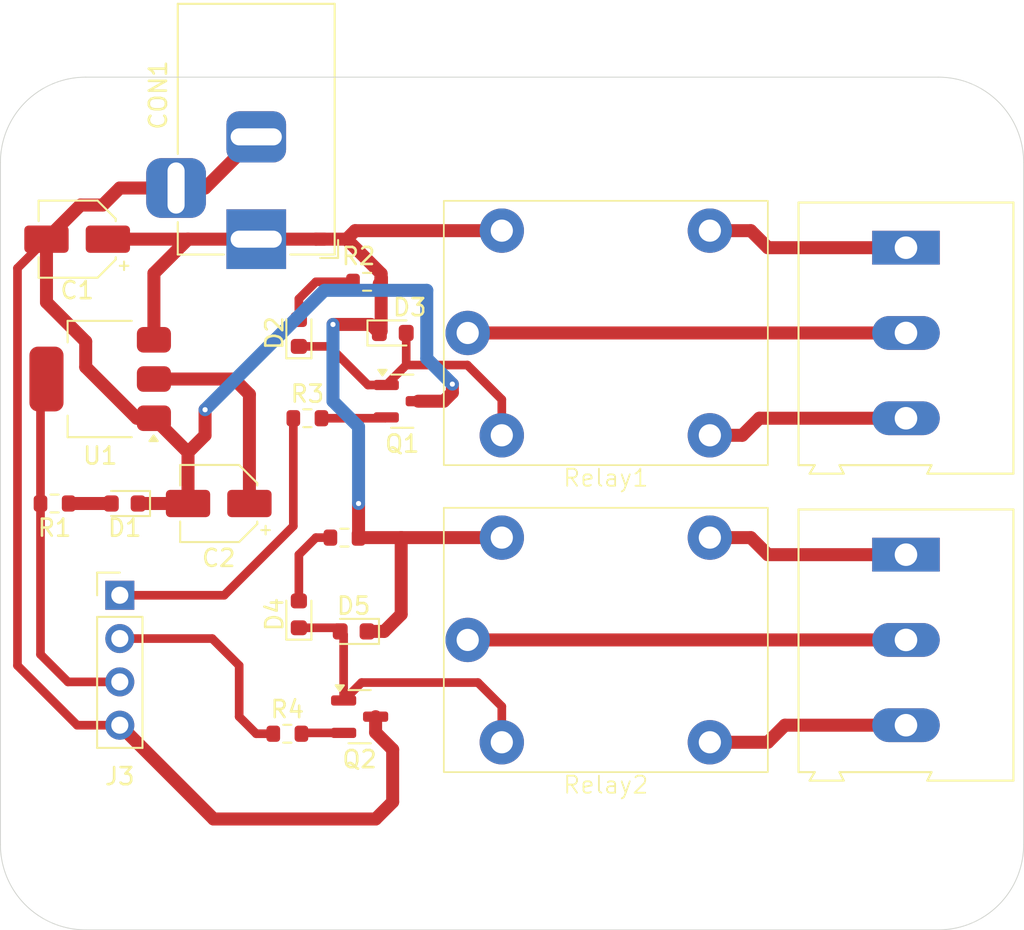
<source format=kicad_pcb>
(kicad_pcb (version 20240108) (generator "pcbnew") (generator_version "8.0")
  (layers (0 "F.Cu" signal) (31 "B.Cu" signal) (34 "B.Paste" user) (35 "F.Paste" user) (36 "B.SilkS" user "B.Silkscreen") (37 "F.SilkS" user "F.Silkscreen") (38 "B.Mask" user) (39 "F.Mask" user) (44 "Edge.Cuts" user))
  (net 0 "")
  (net 1 "+12V")
  (net 2 "GND")
  (net 3 "+5V")
  (net 4 "Net-(D1-A)")
  (net 5 "Net-(D2-A)")
  (net 6 "Net-(D2-K)")
  (net 7 "Net-(D4-K)")
  (net 8 "Net-(D4-A)")
  (net 9 "COM1")
  (net 10 "NO1")
  (net 11 "NC1")
  (net 12 "COM2")
  (net 13 "NC2")
  (net 14 "NO2")
  (net 15 "IN2")
  (net 16 "IN1")
  (net 17 "Net-(Q1-B)")
  (net 18 "Net-(Q2-B)")
  (footprint "LED_SMD:LED_0603_1608Metric" (layer "F.Cu") (at 126.7875 100 180)
    (property "Reference" "D1" (at 0 -1.43 360) (layer "F.SilkS"))
    (property "Value" "LED" (hide yes))
    (fp_line (start 0.8 -0.735) (end -1.485 -0.735) (stroke (width 0.12)) (layer "F.SilkS"))
    (fp_line (start -1.485 0.735) (end 0.8 0.735) (stroke (width 0.12)) (layer "F.SilkS"))
    (fp_line (start -1.485 -0.735) (end -1.485 0.735) (stroke (width 0.12)) (layer "F.SilkS"))
    (pad "1" smd roundrect (at -0.7875 0 180) (size 0.875 0.95) (layers "F.Cu" "F.Paste" "F.Mask") (net 2 "GND"))
    (pad "2" smd roundrect (at 0.7875 0 180) (size 0.875 0.95) (layers "F.Cu" "F.Paste" "F.Mask") (net 4 "Net-(D1-A)"))
  )
  (footprint "Resistor_SMD:R_0603_1608Metric" (layer "F.Cu") (at 139.675 102 180)
    (property "Reference" "R5" (hide yes))
    (property "Value" "220Ω" (hide yes))
    (fp_line (start -0.237258 0.5225) (end 0.237258 0.5225) (stroke (width 0.12)) (layer "F.SilkS"))
    (fp_line (start -0.237258 -0.5225) (end 0.237258 -0.5225) (stroke (width 0.12)) (layer "F.SilkS"))
    (pad "1" smd roundrect (at -0.825 0 180) (size 0.8 0.95) (layers "F.Cu" "F.Paste" "F.Mask") (net 1 "+12V"))
    (pad "2" smd roundrect (at 0.825 0 180) (size 0.8 0.95) (layers "F.Cu" "F.Paste" "F.Mask") (net 8 "Net-(D4-A)"))
  )
  (footprint "Resistor_SMD:R_0603_1608Metric" (layer "F.Cu") (at 141 87 180)
    (property "Reference" "R2" (at 0.5 1.5 360) (layer "F.SilkS"))
    (property "Value" "220Ω" (hide yes))
    (fp_line (start -0.237258 0.5225) (end 0.237258 0.5225) (stroke (width 0.12)) (layer "F.SilkS"))
    (fp_line (start -0.237258 -0.5225) (end 0.237258 -0.5225) (stroke (width 0.12)) (layer "F.SilkS"))
    (pad "1" smd roundrect (at -0.825 0 180) (size 0.8 0.95) (layers "F.Cu" "F.Paste" "F.Mask") (net 1 "+12V"))
    (pad "2" smd roundrect (at 0.825 0 180) (size 0.8 0.95) (layers "F.Cu" "F.Paste" "F.Mask") (net 5 "Net-(D2-A)"))
  )
  (footprint "MountingHole:MountingHole_2.1mm" (layer "F.Cu") (at 176.5 79)
    (property "Reference" "REF**" (hide yes))
    (property "Value" "MountingHole_2.1mm" (hide yes))
    (pad "" np_thru_hole circle (at 0 0) (size 2.1 2.1) (drill 2.1) (layers "*.Cu" "*.Mask"))
  )
  (footprint "LED_SMD:LED_0603_1608Metric" (layer "F.Cu") (at 137 90 90)
    (property "Reference" "D2" (at 0 -1.43 90) (layer "F.SilkS"))
    (property "Value" "LED2" (hide yes))
    (fp_line (start 0.8 -0.735) (end -1.485 -0.735) (stroke (width 0.12)) (layer "F.SilkS"))
    (fp_line (start -1.485 -0.735) (end -1.485 0.735) (stroke (width 0.12)) (layer "F.SilkS"))
    (fp_line (start -1.485 0.735) (end 0.8 0.735) (stroke (width 0.12)) (layer "F.SilkS"))
    (pad "1" smd roundrect (at -0.7875 0 90) (size 0.875 0.95) (layers "F.Cu" "F.Paste" "F.Mask") (net 6 "Net-(D2-K)"))
    (pad "2" smd roundrect (at 0.7875 0 90) (size 0.875 0.95) (layers "F.Cu" "F.Paste" "F.Mask") (net 5 "Net-(D2-A)"))
  )
  (footprint "TerminalBlock:TerminalBlock_Altech_AK300-3_P5.00mm" (layer "F.Cu") (at 172.6 85 -90)
    (property "Reference" "J1" (hide yes))
    (property "Value" "Screw_Terminal_01x03" (hide yes))
    (fp_line (start -2.65 6.3) (end 12.75 6.3) (stroke (width 0.12)) (layer "F.SilkS"))
    (fp_line (start 12.75 6.3) (end 12.75 5.35) (stroke (width 0.12)) (layer "F.SilkS"))
    (fp_line (start 13.25 5.65) (end 13.25 3.65) (stroke (width 0.12)) (layer "F.SilkS"))
    (fp_line (start 12.75 5.35) (end 13.25 5.65) (stroke (width 0.12)) (layer "F.SilkS"))
    (fp_line (start 12.75 3.9) (end 12.75 -1.5) (stroke (width 0.12)) (layer "F.SilkS"))
    (fp_line (start 13.25 3.65) (end 12.75 3.9) (stroke (width 0.12)) (layer "F.SilkS"))
    (fp_line (start 13.25 -1.25) (end 13.25 -6.3) (stroke (width 0.12)) (layer "F.SilkS"))
    (fp_line (start 12.75 -1.5) (end 13.25 -1.25) (stroke (width 0.12)) (layer "F.SilkS"))
    (fp_line (start -2.65 -6.3) (end -2.65 6.3) (stroke (width 0.12)) (layer "F.SilkS"))
    (fp_line (start 13.25 -6.3) (end -2.65 -6.3) (stroke (width 0.12)) (layer "F.SilkS"))
    (pad "1" thru_hole rect (at 0 0 270) (size 1.98 3.96) (drill 1.32) (layers "*.Cu" "*.Mask") (net 10 "NO1"))
    (pad "2" thru_hole oval (at 5 0 270) (size 1.98 3.96) (drill 1.32) (layers "*.Cu" "*.Mask") (net 9 "COM1"))
    (pad "3" thru_hole oval (at 10 0 270) (size 1.98 3.96) (drill 1.32) (layers "*.Cu" "*.Mask") (net 11 "NC1"))
  )
  (footprint "Resistor_SMD:R_0603_1608Metric" (layer "F.Cu") (at 122.675 100 180)
    (property "Reference" "R1" (at 0 -1.43 360) (layer "F.SilkS"))
    (property "Value" "220Ω" (hide yes))
    (fp_line (start -0.237258 0.5225) (end 0.237258 0.5225) (stroke (width 0.12)) (layer "F.SilkS"))
    (fp_line (start -0.237258 -0.5225) (end 0.237258 -0.5225) (stroke (width 0.12)) (layer "F.SilkS"))
    (pad "1" smd roundrect (at -0.825 0 180) (size 0.8 0.95) (layers "F.Cu" "F.Paste" "F.Mask") (net 4 "Net-(D1-A)"))
    (pad "2" smd roundrect (at 0.825 0 180) (size 0.8 0.95) (layers "F.Cu" "F.Paste" "F.Mask") (net 3 "+5V"))
  )
  (footprint "TerminalBlock:TerminalBlock_Altech_AK300-3_P5.00mm" (layer "F.Cu") (at 172.6 103 -90)
    (property "Reference" "J2" (hide yes))
    (property "Value" "Screw_Terminal_01x03" (hide yes))
    (fp_line (start -2.65 6.3) (end 12.75 6.3) (stroke (width 0.12)) (layer "F.SilkS"))
    (fp_line (start 12.75 6.3) (end 12.75 5.35) (stroke (width 0.12)) (layer "F.SilkS"))
    (fp_line (start 13.25 5.65) (end 13.25 3.65) (stroke (width 0.12)) (layer "F.SilkS"))
    (fp_line (start 12.75 5.35) (end 13.25 5.65) (stroke (width 0.12)) (layer "F.SilkS"))
    (fp_line (start 12.75 3.9) (end 12.75 -1.5) (stroke (width 0.12)) (layer "F.SilkS"))
    (fp_line (start 13.25 3.65) (end 12.75 3.9) (stroke (width 0.12)) (layer "F.SilkS"))
    (fp_line (start 13.25 -1.25) (end 13.25 -6.3) (stroke (width 0.12)) (layer "F.SilkS"))
    (fp_line (start 12.75 -1.5) (end 13.25 -1.25) (stroke (width 0.12)) (layer "F.SilkS"))
    (fp_line (start -2.65 -6.3) (end -2.65 6.3) (stroke (width 0.12)) (layer "F.SilkS"))
    (fp_line (start 13.25 -6.3) (end -2.65 -6.3) (stroke (width 0.12)) (layer "F.SilkS"))
    (pad "1" thru_hole rect (at 0 0 270) (size 1.98 3.96) (drill 1.32) (layers "*.Cu" "*.Mask") (net 14 "NO2"))
    (pad "2" thru_hole oval (at 5 0 270) (size 1.98 3.96) (drill 1.32) (layers "*.Cu" "*.Mask") (net 12 "COM2"))
    (pad "3" thru_hole oval (at 10 0 270) (size 1.98 3.96) (drill 1.32) (layers "*.Cu" "*.Mask") (net 13 "NC2"))
  )
  (footprint "Package_TO_SOT_SMD:SOT-23" (layer "F.Cu") (at 143.0625 94)
    (property "Reference" "Q1" (at 0 2.5 0) (layer "F.SilkS"))
    (property "Value" "BC547" (hide yes))
    (fp_line (start 0 -1.56) (end -0.65 -1.56) (stroke (width 0.12)) (layer "F.SilkS"))
    (fp_line (start 0 -1.56) (end 0.65 -1.56) (stroke (width 0.12)) (layer "F.SilkS"))
    (fp_line (start 0 1.56) (end -0.65 1.56) (stroke (width 0.12)) (layer "F.SilkS"))
    (fp_line (start 0 1.56) (end 0.65 1.56) (stroke (width 0.12)) (layer "F.SilkS"))
    (fp_poly (pts (xy -1.1625 -1.51) (xy -1.4025 -1.84) (xy -0.9225 -1.84) (xy -1.1625 -1.51)) (stroke (width 0.12)) (fill solid) (layer "F.SilkS"))
    (pad "1" smd roundrect (at -0.9375 -0.95) (size 1.475 0.6) (layers "F.Cu" "F.Paste" "F.Mask") (net 6 "Net-(D2-K)"))
    (pad "2" smd roundrect (at -0.9375 0.95) (size 1.475 0.6) (layers "F.Cu" "F.Paste" "F.Mask") (net 17 "Net-(Q1-B)"))
    (pad "3" smd roundrect (at 0.9375 0) (size 1.475 0.6) (layers "F.Cu" "F.Paste" "F.Mask") (net 2 "GND"))
  )
  (footprint "Package_TO_SOT_SMD:SOT-23" (layer "F.Cu") (at 140.5625 112.5)
    (property "Reference" "Q2" (at 0 2.5 0) (layer "F.SilkS"))
    (property "Value" "BC547" (hide yes))
    (fp_line (start 0 -1.56) (end -0.65 -1.56) (stroke (width 0.12)) (layer "F.SilkS"))
    (fp_line (start 0 -1.56) (end 0.65 -1.56) (stroke (width 0.12)) (layer "F.SilkS"))
    (fp_line (start 0 1.56) (end -0.65 1.56) (stroke (width 0.12)) (layer "F.SilkS"))
    (fp_line (start 0 1.56) (end 0.65 1.56) (stroke (width 0.12)) (layer "F.SilkS"))
    (fp_poly (pts (xy -1.1625 -1.51) (xy -1.4025 -1.84) (xy -0.9225 -1.84) (xy -1.1625 -1.51)) (stroke (width 0.12)) (fill solid) (layer "F.SilkS"))
    (pad "1" smd roundrect (at -0.9375 -0.95) (size 1.475 0.6) (layers "F.Cu" "F.Paste" "F.Mask") (net 7 "Net-(D4-K)"))
    (pad "2" smd roundrect (at -0.9375 0.95) (size 1.475 0.6) (layers "F.Cu" "F.Paste" "F.Mask") (net 18 "Net-(Q2-B)"))
    (pad "3" smd roundrect (at 0.9375 0) (size 1.475 0.6) (layers "F.Cu" "F.Paste" "F.Mask") (net 2 "GND"))
  )
  (footprint "Capacitor_SMD:CP_Elec_4x5.8" (layer "F.Cu") (at 132.3 100 180)
    (property "Reference" "C2" (at 0 -3.2 360) (layer "F.SilkS"))
    (property "Value" "10µF" (hide yes))
    (fp_line (start 2.26 2.26) (end 2.26 1.06) (stroke (width 0.12)) (layer "F.SilkS"))
    (fp_line (start 2.26 -2.26) (end 2.26 -1.06) (stroke (width 0.12)) (layer "F.SilkS"))
    (fp_line (start -1.195563 2.26) (end 2.26 2.26) (stroke (width 0.12)) (layer "F.SilkS"))
    (fp_line (start -1.195563 -2.26) (end 2.26 -2.26) (stroke (width 0.12)) (layer "F.SilkS"))
    (fp_line (start -2.26 1.195563) (end -1.195563 2.26) (stroke (width 0.12)) (layer "F.SilkS"))
    (fp_line (start -2.26 1.195563) (end -2.26 1.06) (stroke (width 0.12)) (layer "F.SilkS"))
    (fp_line (start -2.26 -1.195563) (end -1.195563 -2.26) (stroke (width 0.12)) (layer "F.SilkS"))
    (fp_line (start -2.26 -1.195563) (end -2.26 -1.06) (stroke (width 0.12)) (layer "F.SilkS"))
    (fp_line (start -2.75 -1.81) (end -2.75 -1.31) (stroke (width 0.12)) (layer "F.SilkS"))
    (fp_line (start -3 -1.56) (end -2.5 -1.56) (stroke (width 0.12)) (layer "F.SilkS"))
    (pad "1" smd roundrect (at -1.8 0 180) (size 2.6 1.6) (layers "F.Cu" "F.Paste" "F.Mask") (roundrect_rratio 0.15625) (net 3 "+5V"))
    (pad "2" smd roundrect (at 1.8 0 180) (size 2.6 1.6) (layers "F.Cu" "F.Paste" "F.Mask") (roundrect_rratio 0.15625) (net 2 "GND"))
  )
  (footprint "Connector_BarrelJack:BarrelJack_Horizontal" (layer "F.Cu") (at 134.5 84.5 -90)
    (property "Reference" "CON1" (at -8.45 5.75 90) (layer "F.SilkS"))
    (property "Value" "~")
    (fp_line (start -13.8 4.6) (end -13.8 -4.6) (stroke (width 0.12)) (layer "F.SilkS"))
    (fp_line (start -5 4.6) (end -13.8 4.6) (stroke (width 0.12)) (layer "F.SilkS"))
    (fp_line (start 0.9 4.6) (end -1 4.6) (stroke (width 0.12)) (layer "F.SilkS"))
    (fp_line (start 0.9 1.9) (end 0.9 4.6) (stroke (width 0.12)) (layer "F.SilkS"))
    (fp_line (start 1.1 -3.75) (end 1.1 -4.8) (stroke (width 0.12)) (layer "F.SilkS"))
    (fp_line (start -13.8 -4.6) (end 0.9 -4.6) (stroke (width 0.12)) (layer "F.SilkS"))
    (fp_line (start 0.9 -4.6) (end 0.9 -2) (stroke (width 0.12)) (layer "F.SilkS"))
    (fp_line (start 0.05 -4.8) (end 1.1 -4.8) (stroke (width 0.12)) (layer "F.SilkS"))
    (pad "1" thru_hole rect (at 0 0 270) (size 3.5 3.5) (drill oval 1 3) (layers "*.Cu" "*.Mask") (net 1 "+12V"))
    (pad "2" thru_hole roundrect (at -6 0 270) (size 3 3.5) (drill oval 1 3) (layers "*.Cu" "*.Mask") (net 2 "GND"))
    (pad "3" thru_hole roundrect (at -3 4.7 270) (size 3.5 3.5) (drill oval 3 1) (layers "*.Cu" "*.Mask") (net 2 "GND"))
  )
  (footprint "MountingHole:MountingHole_2.1mm" (layer "F.Cu") (at 124.5 121)
    (property "Reference" "REF**" (hide yes))
    (property "Value" "MountingHole_2.1mm" (hide yes))
    (pad "" np_thru_hole circle (at 0 0) (size 2.1 2.1) (drill 2.1) (layers "*.Cu" "*.Mask"))
  )
  (footprint "MountingHole:MountingHole_2.1mm" (layer "F.Cu") (at 176.5 121)
    (property "Reference" "REF**" (hide yes))
    (property "Value" "MountingHole_2.1mm" (hide yes))
    (pad "" np_thru_hole circle (at 0 0) (size 2.1 2.1) (drill 2.1) (layers "*.Cu" "*.Mask"))
  )
  (footprint "MountingHole:MountingHole_2.1mm" (layer "F.Cu") (at 124.5 79)
    (property "Reference" "REF**" (hide yes))
    (property "Value" "MountingHole_2.1mm" (hide yes))
    (pad "" np_thru_hole circle (at 0 0) (size 2.1 2.1) (drill 2.1) (layers "*.Cu" "*.Mask"))
  )
  (footprint "LED_SMD:LED_0603_1608Metric" (layer "F.Cu") (at 137 106.5 90)
    (property "Reference" "D4" (at 0 -1.43 90) (layer "F.SilkS"))
    (property "Value" "LED2" (hide yes))
    (fp_line (start 0.8 -0.735) (end -1.485 -0.735) (stroke (width 0.12)) (layer "F.SilkS"))
    (fp_line (start -1.485 -0.735) (end -1.485 0.735) (stroke (width 0.12)) (layer "F.SilkS"))
    (fp_line (start -1.485 0.735) (end 0.8 0.735) (stroke (width 0.12)) (layer "F.SilkS"))
    (pad "1" smd roundrect (at -0.7875 0 90) (size 0.875 0.95) (layers "F.Cu" "F.Paste" "F.Mask") (net 7 "Net-(D4-K)"))
    (pad "2" smd roundrect (at 0.7875 0 90) (size 0.875 0.95) (layers "F.Cu" "F.Paste" "F.Mask") (net 8 "Net-(D4-A)"))
  )
  (footprint "Resistor_SMD:R_0603_1608Metric" (layer "F.Cu") (at 136.325 113.5)
    (property "Reference" "R4" (at 0 -1.43 0) (layer "F.SilkS"))
    (property "Value" "2.2kΩ" (hide yes))
    (fp_line (start -0.237258 -0.5225) (end 0.237258 -0.5225) (stroke (width 0.12)) (layer "F.SilkS"))
    (fp_line (start -0.237258 0.5225) (end 0.237258 0.5225) (stroke (width 0.12)) (layer "F.SilkS"))
    (pad "1" smd roundrect (at -0.825 0) (size 0.8 0.95) (layers "F.Cu" "F.Paste" "F.Mask") (net 15 "IN2"))
    (pad "2" smd roundrect (at 0.825 0) (size 0.8 0.95) (layers "F.Cu" "F.Paste" "F.Mask") (net 18 "Net-(Q2-B)"))
  )
  (footprint "Resistor_SMD:R_0603_1608Metric" (layer "F.Cu") (at 137.5 95)
    (property "Reference" "R3" (at 0 -1.43 0) (layer "F.SilkS"))
    (property "Value" "2.2kΩ" (hide yes))
    (fp_line (start -0.237258 -0.5225) (end 0.237258 -0.5225) (stroke (width 0.12)) (layer "F.SilkS"))
    (fp_line (start -0.237258 0.5225) (end 0.237258 0.5225) (stroke (width 0.12)) (layer "F.SilkS"))
    (pad "1" smd roundrect (at -0.825 0) (size 0.8 0.95) (layers "F.Cu" "F.Paste" "F.Mask") (net 16 "IN1"))
    (pad "2" smd roundrect (at 0.825 0) (size 0.8 0.95) (layers "F.Cu" "F.Paste" "F.Mask") (net 17 "Net-(Q1-B)"))
  )
  (footprint "Capacitor_SMD:CP_Elec_4x5.8" (layer "F.Cu") (at 124 84.5 180)
    (property "Reference" "C1" (at 0 -3 360) (layer "F.SilkS"))
    (property "Value" "10µF" (hide yes))
    (fp_line (start 2.26 2.26) (end 2.26 1.06) (stroke (width 0.12)) (layer "F.SilkS"))
    (fp_line (start 2.26 -2.26) (end 2.26 -1.06) (stroke (width 0.12)) (layer "F.SilkS"))
    (fp_line (start -1.195563 2.26) (end 2.26 2.26) (stroke (width 0.12)) (layer "F.SilkS"))
    (fp_line (start -1.195563 -2.26) (end 2.26 -2.26) (stroke (width 0.12)) (layer "F.SilkS"))
    (fp_line (start -2.26 1.195563) (end -1.195563 2.26) (stroke (width 0.12)) (layer "F.SilkS"))
    (fp_line (start -2.26 1.195563) (end -2.26 1.06) (stroke (width 0.12)) (layer "F.SilkS"))
    (fp_line (start -2.26 -1.195563) (end -1.195563 -2.26) (stroke (width 0.12)) (layer "F.SilkS"))
    (fp_line (start -2.26 -1.195563) (end -2.26 -1.06) (stroke (width 0.12)) (layer "F.SilkS"))
    (fp_line (start -2.75 -1.81) (end -2.75 -1.31) (stroke (width 0.12)) (layer "F.SilkS"))
    (fp_line (start -3 -1.56) (end -2.5 -1.56) (stroke (width 0.12)) (layer "F.SilkS"))
    (pad "1" smd roundrect (at -1.8 0 180) (size 2.6 1.6) (layers "F.Cu" "F.Paste" "F.Mask") (roundrect_rratio 0.15625) (net 1 "+12V"))
    (pad "2" smd roundrect (at 1.8 0 180) (size 2.6 1.6) (layers "F.Cu" "F.Paste" "F.Mask") (roundrect_rratio 0.15625) (net 2 "GND"))
  )
  (footprint "Diode_SMD:D_0603_1608Metric" (layer "F.Cu") (at 140.2125 107.5 180)
    (property "Reference" "D5" (at 0 1.5 360) (layer "F.SilkS"))
    (property "Value" "D" (hide yes))
    (fp_line (start 0.8 -0.735) (end -1.485 -0.735) (stroke (width 0.12)) (layer "F.SilkS"))
    (fp_line (start -1.485 0.735) (end 0.8 0.735) (stroke (width 0.12)) (layer "F.SilkS"))
    (fp_line (start -1.485 -0.735) (end -1.485 0.735) (stroke (width 0.12)) (layer "F.SilkS"))
    (pad "1" smd roundrect (at -0.7875 0 180) (size 0.875 0.95) (layers "F.Cu" "F.Paste" "F.Mask") (net 1 "+12V"))
    (pad "2" smd roundrect (at 0.7875 0 180) (size 0.875 0.95) (layers "F.Cu" "F.Paste" "F.Mask") (net 7 "Net-(D4-K)"))
  )
  (footprint "Custom Relay:Relay" (layer "F.Cu") (at 155 108)
    (property "Reference" "Relay2" (at 0 8.5 0) (layer "F.SilkS") (effects (font (thickness 0.1))))
    (property "Value" "~" (hide yes))
    (fp_rect (start -9.5 -7.75) (end 9.5 7.75) (stroke (width 0.1)) (fill none) (layer "F.SilkS"))
    (pad "1" thru_hole circle (at -6.1 -6) (size 2.6 2.6) (drill 1.3) (layers "*.Cu" "*.Mask") (net 1 "+12V"))
    (pad "2" thru_hole circle (at -6.1 6) (size 2.6 2.6) (drill 1.3) (layers "*.Cu" "*.Mask") (net 7 "Net-(D4-K)"))
    (pad "3" thru_hole circle (at -8.1 0) (size 2.6 2.6) (drill 1.3) (layers "*.Cu" "*.Mask") (net 12 "COM2"))
    (pad "4" thru_hole circle (at 6.1 -6) (size 2.6 2.6) (drill 1.3) (layers "*.Cu" "*.Mask") (net 14 "NO2"))
    (pad "5" thru_hole circle (at 6.1 6) (size 2.6 2.6) (drill 1.3) (layers "*.Cu" "*.Mask") (net 13 "NC2"))
  )
  (footprint "Diode_SMD:D_0603_1608Metric" (layer "F.Cu") (at 142.5067 90)
    (property "Reference" "D3" (at 0.9933 -1.5 360) (layer "F.SilkS"))
    (property "Value" "D" (hide yes))
    (fp_line (start -1.485 -0.735) (end -1.485 0.735) (stroke (width 0.12)) (layer "F.SilkS"))
    (fp_line (start -1.485 0.735) (end 0.8 0.735) (stroke (width 0.12)) (layer "F.SilkS"))
    (fp_line (start 0.8 -0.735) (end -1.485 -0.735) (stroke (width 0.12)) (layer "F.SilkS"))
    (pad "1" smd roundrect (at -0.7875 0) (size 0.875 0.95) (layers "F.Cu" "F.Paste" "F.Mask") (net 1 "+12V"))
    (pad "2" smd roundrect (at 0.7875 0) (size 0.875 0.95) (layers "F.Cu" "F.Paste" "F.Mask") (net 6 "Net-(D2-K)"))
  )
  (footprint "Custom Relay:Relay" (layer "F.Cu") (at 155 90)
    (property "Reference" "Relay1" (at 0 8.5 0) (layer "F.SilkS") (effects (font (thickness 0.1))))
    (property "Value" "~" (hide yes))
    (fp_rect (start -9.5 -7.75) (end 9.5 7.75) (stroke (width 0.1)) (fill none) (layer "F.SilkS"))
    (pad "1" thru_hole circle (at -6.1 -6) (size 2.6 2.6) (drill 1.3) (layers "*.Cu" "*.Mask") (net 1 "+12V"))
    (pad "2" thru_hole circle (at -6.1 6) (size 2.6 2.6) (drill 1.3) (layers "*.Cu" "*.Mask") (net 6 "Net-(D2-K)"))
    (pad "3" thru_hole circle (at -8.1 0) (size 2.6 2.6) (drill 1.3) (layers "*.Cu" "*.Mask") (net 9 "COM1"))
    (pad "4" thru_hole circle (at 6.1 -6) (size 2.6 2.6) (drill 1.3) (layers "*.Cu" "*.Mask") (net 10 "NO1"))
    (pad "5" thru_hole circle (at 6.1 6) (size 2.6 2.6) (drill 1.3) (layers "*.Cu" "*.Mask") (net 11 "NC1"))
  )
  (footprint "Connector_PinHeader_2.54mm:PinHeader_1x04_P2.54mm_Vertical" (layer "F.Cu") (at 126.5 105.38)
    (property "Reference" "J3" (at 0 10.62 0) (layer "F.SilkS"))
    (property "Value" "Conn_01x04_Pin" (hide yes))
    (fp_line (start -1.33 -1.33) (end 0 -1.33) (stroke (width 0.12)) (layer "F.SilkS"))
    (fp_line (start -1.33 0) (end -1.33 -1.33) (stroke (width 0.12)) (layer "F.SilkS"))
    (fp_line (start -1.33 1.27) (end -1.33 8.95) (stroke (width 0.12)) (layer "F.SilkS"))
    (fp_line (start -1.33 1.27) (end 1.33 1.27) (stroke (width 0.12)) (layer "F.SilkS"))
    (fp_line (start -1.33 8.95) (end 1.33 8.95) (stroke (width 0.12)) (layer "F.SilkS"))
    (fp_line (start 1.33 1.27) (end 1.33 8.95) (stroke (width 0.12)) (layer "F.SilkS"))
    (pad "1" thru_hole rect (at 0 0) (size 1.7 1.7) (drill 1) (layers "*.Cu" "*.Mask") (net 16 "IN1"))
    (pad "2" thru_hole oval (at 0 2.54) (size 1.7 1.7) (drill 1) (layers "*.Cu" "*.Mask") (net 15 "IN2"))
    (pad "3" thru_hole oval (at 0 5.08) (size 1.7 1.7) (drill 1) (layers "*.Cu" "*.Mask") (net 3 "+5V"))
    (pad "4" thru_hole oval (at 0 7.62) (size 1.7 1.7) (drill 1) (layers "*.Cu" "*.Mask") (net 2 "GND"))
  )
  (footprint "Package_TO_SOT_SMD:SOT-223-3_TabPin2" (layer "F.Cu") (at 125.35 92.7 180)
    (property "Reference" "U1" (at 0 -4.5 360) (layer "F.SilkS"))
    (property "Value" "AMS1117-5.0" (hide yes))
    (fp_line (start 1.91 3.41) (end 1.91 2.15) (stroke (width 0.12)) (layer "F.SilkS"))
    (fp_line (start 1.91 -3.41) (end 1.91 -2.15) (stroke (width 0.12)) (layer "F.SilkS"))
    (fp_line (start -1.85 3.41) (end 1.91 3.41) (stroke (width 0.12)) (layer "F.SilkS"))
    (fp_line (start -1.85 -3.41) (end 1.91 -3.41) (stroke (width 0.12)) (layer "F.SilkS"))
    (fp_poly (pts (xy -3.13 -3.31) (xy -3.37 -3.64) (xy -2.89 -3.64) (xy -3.13 -3.31)) (stroke (width 0.12)) (fill solid) (layer "F.SilkS"))
    (pad "1" smd roundrect (at -3.15 -2.3 180) (size 2 1.5) (layers "F.Cu" "F.Paste" "F.Mask") (net 2 "GND"))
    (pad "2" smd roundrect (at -3.15 0 180) (size 2 1.5) (layers "F.Cu" "F.Paste" "F.Mask") (net 3 "+5V"))
    (pad "2" smd roundrect (at 3.15 0 180) (size 2 3.8) (layers "F.Cu" "F.Paste" "F.Mask") (net 3 "+5V"))
    (pad "3" smd roundrect (at -3.15 2.3 180) (size 2 1.5) (layers "F.Cu" "F.Paste" "F.Mask") (net 1 "+12V"))
  )
  (gr_arc (start 119.5 80) (mid 120.964466 76.464466) (end 124.5 75) (stroke (width 0.05)) (layer "Edge.Cuts"))
  (gr_line (start 179.5 80) (end 179.5 120) (stroke (width 0.05)) (layer "Edge.Cuts"))
  (gr_arc (start 174.5 75) (mid 178.035534 76.464466) (end 179.5 80) (stroke (width 0.05)) (layer "Edge.Cuts"))
  (gr_arc (start 124.5 125) (mid 120.964466 123.535534) (end 119.5 120) (stroke (width 0.05)) (layer "Edge.Cuts"))
  (gr_line (start 124.5 75) (end 174.5 75) (stroke (width 0.05)) (layer "Edge.Cuts"))
  (gr_line (start 119.5 120) (end 119.5 80) (stroke (width 0.05)) (layer "Edge.Cuts"))
  (gr_line (start 174.5 125) (end 124.5 125) (stroke (width 0.05)) (layer "Edge.Cuts"))
  (gr_arc (start 179.5 120) (mid 178.035534 123.535534) (end 174.5 125) (stroke (width 0.05)) (layer "Edge.Cuts"))
  (segment (start 143 106.5) (end 143 102) (width 0.762) (layer "F.Cu") (net 1))
  (segment (start 141.825 87) (end 141.825 86.525) (width 0.762) (layer "F.Cu") (net 1))
  (segment (start 139 89.5) (end 141.2192 89.5) (width 0.762) (layer "F.Cu") (net 1))
  (segment (start 128.5 86.5) (end 128.5 90.4) (width 0.762) (layer "F.Cu") (net 1))
  (segment (start 148.4 84.5) (end 148.9 84) (width 0.762) (layer "F.Cu") (net 1))
  (segment (start 140.3 84) (end 139.8 84.5) (width 0.762) (layer "F.Cu") (net 1))
  (segment (start 141.2192 89.5) (end 141.7192 90) (width 0.762) (layer "F.Cu") (net 1))
  (segment (start 141.7125 87.1125) (end 141.825 87) (width 0.762) (layer "F.Cu") (net 1))
  (segment (start 140.5 102) (end 143 102) (width 0.762) (layer "F.Cu") (net 1))
  (segment (start 142 107.5) (end 143 106.5) (width 0.762) (layer "F.Cu") (net 1))
  (segment (start 130.5 84.5) (end 128.5 86.5) (width 0.762) (layer "F.Cu") (net 1))
  (segment (start 141 107.5) (end 142 107.5) (width 0.762) (layer "F.Cu") (net 1))
  (segment (start 134.5 84.5) (end 138 84.5) (width 0.762) (layer "F.Cu") (net 1))
  (segment (start 141.825 89.8942) (end 141.7192 90) (width 0.762) (layer "F.Cu") (net 1))
  (segment (start 140.5 102) (end 140.5 100) (width 0.762) (layer "F.Cu") (net 1))
  (segment (start 141.825 87) (end 141.825 89.8942) (width 0.762) (layer "F.Cu") (net 1))
  (segment (start 134.5 84.5) (end 130.5 84.5) (width 0.762) (layer "F.Cu") (net 1))
  (segment (start 143 102) (end 148.9 102) (width 0.762) (layer "F.Cu") (net 1))
  (segment (start 141.825 86.525) (end 139.8 84.5) (width 0.762) (layer "F.Cu") (net 1))
  (segment (start 138 84.5) (end 138.5 84.5) (width 0.762) (layer "F.Cu") (net 1))
  (segment (start 148.9 84) (end 140.3 84) (width 0.762) (layer "F.Cu") (net 1))
  (segment (start 139.8 84.5) (end 138 84.5) (width 0.762) (layer "F.Cu") (net 1))
  (segment (start 125.8 84.5) (end 130.5 84.5) (width 0.762) (layer "F.Cu") (net 1))
  (via (at 140.5 100) (size 0.6) (drill 0.3) (layers "F.Cu" "B.Cu") (net 1))
  (via (at 139 89.5) (size 0.6) (drill 0.3) (layers "F.Cu" "B.Cu") (net 1))
  (segment (start 139 94) (end 139 89.5) (width 0.762) (layer "B.Cu") (net 1))
  (segment (start 140.5 100) (end 140.5 95.5) (width 0.762) (layer "B.Cu") (net 1))
  (segment (start 140.5 95.5) (end 139 94) (width 0.762) (layer "B.Cu") (net 1))
  (segment (start 145.5 94) (end 146 93.5) (width 0.762) (layer "F.Cu") (net 2))
  (segment (start 128.5 95) (end 127.5 95) (width 0.762) (layer "F.Cu") (net 2))
  (segment (start 141.5 112.5) (end 141.5 113.426814) (width 0.762) (layer "F.Cu") (net 2))
  (segment (start 120.5 109.5) (end 120.5 86.2) (width 0.508) (layer "F.Cu") (net 2))
  (segment (start 120.5 86.2) (end 122.2 84.5) (width 0.508) (layer "F.Cu") (net 2))
  (segment (start 120.5 109.5) (end 124 113) (width 0.508) (layer "F.Cu") (net 2))
  (segment (start 129.8 81.5) (end 131.5 81.5) (width 0.762) (layer "F.Cu") (net 2))
  (segment (start 141.5 113.426814) (end 142.5 114.426814) (width 0.762) (layer "F.Cu") (net 2))
  (segment (start 144 94) (end 145.5 94) (width 0.762) (layer "F.Cu") (net 2))
  (segment (start 130.5 97) (end 128.5 95) (width 0.762) (layer "F.Cu") (net 2))
  (segment (start 132 118.5) (end 126.5 113) (width 0.762) (layer "F.Cu") (net 2))
  (segment (start 124.2 82.5) (end 125.5 82.5) (width 0.762) (layer "F.Cu") (net 2))
  (segment (start 124 113) (end 126.5 113) (width 0.508) (layer "F.Cu") (net 2))
  (segment (start 142.5 114.426814) (end 142.5 117.5) (width 0.762) (layer "F.Cu") (net 2))
  (segment (start 130.5 97) (end 131.5 96) (width 0.762) (layer "F.Cu") (net 2))
  (segment (start 146 93.5) (end 146 93) (width 0.762) (layer "F.Cu") (net 2))
  (segment (start 122.2 88.2) (end 124.5 90.5) (width 0.762) (layer "F.Cu") (net 2))
  (segment (start 127.5 95) (end 124.5 92) (width 0.762) (layer "F.Cu") (net 2))
  (segment (start 127.575 100) (end 130.5 100) (width 0.762) (layer "F.Cu") (net 2))
  (segment (start 131.5 96) (end 131.5 94.5) (width 0.762) (layer "F.Cu") (net 2))
  (segment (start 122.2 84.5) (end 124.2 82.5) (width 0.762) (layer "F.Cu") (net 2))
  (segment (start 142.5 117.5) (end 141.5 118.5) (width 0.762) (layer "F.Cu") (net 2))
  (segment (start 122.2 84.5) (end 122.2 88.2) (width 0.762) (layer "F.Cu") (net 2))
  (segment (start 126.5 81.5) (end 129.8 81.5) (width 0.762) (layer "F.Cu") (net 2))
  (segment (start 124.5 92) (end 124.5 90.5) (width 0.762) (layer "F.Cu") (net 2))
  (segment (start 131.5 81.5) (end 134.5 78.5) (width 0.762) (layer "F.Cu") (net 2))
  (segment (start 141.5 118.5) (end 132 118.5) (width 0.762) (layer "F.Cu") (net 2))
  (segment (start 130.5 100) (end 130.5 97) (width 0.762) (layer "F.Cu") (net 2))
  (segment (start 125.5 82.5) (end 126.5 81.5) (width 0.762) (layer "F.Cu") (net 2))
  (via (at 146 93) (size 0.6) (drill 0.3) (layers "F.Cu" "B.Cu") (net 2))
  (via (at 131.5 94.5) (size 0.6) (drill 0.3) (layers "F.Cu" "B.Cu") (net 2))
  (segment (start 138.5 87.5) (end 144.5 87.5) (width 0.762) (layer "B.Cu") (net 2))
  (segment (start 144.5 91.5) (end 146 93) (width 0.762) (layer "B.Cu") (net 2))
  (segment (start 144.5 87.5) (end 144.5 91.5) (width 0.762) (layer "B.Cu") (net 2))
  (segment (start 131.5 94.5) (end 138.5 87.5) (width 0.762) (layer "B.Cu") (net 2))
  (segment (start 133.2 92.7) (end 134.1 93.6) (width 0.762) (layer "F.Cu") (net 3))
  (segment (start 121.85 108.85) (end 121.85 100) (width 0.508) (layer "F.Cu") (net 3))
  (segment (start 128.5 92.7) (end 133.2 92.7) (width 0.762) (layer "F.Cu") (net 3))
  (segment (start 126.5 110.46) (end 123.46 110.46) (width 0.508) (layer "F.Cu") (net 3))
  (segment (start 121.85 93.05) (end 122.2 92.7) (width 0.508) (layer "F.Cu") (net 3))
  (segment (start 121.85 100) (end 121.85 93.05) (width 0.508) (layer "F.Cu") (net 3))
  (segment (start 134.1 93.6) (end 134.1 100) (width 0.762) (layer "F.Cu") (net 3))
  (segment (start 123.46 110.46) (end 121.85 108.85) (width 0.508) (layer "F.Cu") (net 3))
  (segment (start 126 100) (end 123.5 100) (width 0.762) (layer "F.Cu") (net 4))
  (segment (start 137 88) (end 138 87) (width 0.508) (layer "F.Cu") (net 5))
  (segment (start 137 89.2125) (end 137 88) (width 0.508) (layer "F.Cu") (net 5))
  (segment (start 138 87) (end 140.175 87) (width 0.508) (layer "F.Cu") (net 5))
  (segment (start 142.125 93.05) (end 141.05 93.05) (width 0.508) (layer "F.Cu") (net 6))
  (segment (start 146.8808 91.8808) (end 143.2942 91.8808) (width 0.508) (layer "F.Cu") (net 6))
  (segment (start 141.05 93.05) (end 138.7875 90.7875) (width 0.508) (layer "F.Cu") (net 6))
  (segment (start 143.2942 90) (end 143.2942 91.8808) (width 0.508) (layer "F.Cu") (net 6))
  (segment (start 148.9 96) (end 148.9 93.9) (width 0.508) (layer "F.Cu") (net 6))
  (segment (start 148.9 93.9) (end 146.8808 91.8808) (width 0.508) (layer "F.Cu") (net 6))
  (segment (start 138.7875 90.7875) (end 137 90.7875) (width 0.508) (layer "F.Cu") (net 6))
  (segment (start 143.2942 91.8808) (end 142.125 93.05) (width 0.508) (layer "F.Cu") (net 6))
  (segment (start 140.675 110.5) (end 139.625 111.55) (width 0.508) (layer "F.Cu") (net 7))
  (segment (start 139.625 107.7) (end 139.425 107.5) (width 0.508) (layer "F.Cu") (net 7))
  (segment (start 139.2125 107.2875) (end 139.425 107.5) (width 0.508) (layer "F.Cu") (net 7))
  (segment (start 148.9 114) (end 148.9 111.9) (width 0.508) (layer "F.Cu") (net 7))
  (segment (start 137 107.2875) (end 139.2125 107.2875) (width 0.508) (layer "F.Cu") (net 7))
  (segment (start 139.625 111.55) (end 139.625 107.7) (width 0.508) (layer "F.Cu") (net 7))
  (segment (start 148.9 111.9) (end 147.5 110.5) (width 0.508) (layer "F.Cu") (net 7))
  (segment (start 147.5 110.5) (end 140.675 110.5) (width 0.508) (layer "F.Cu") (net 7))
  (segment (start 137 105.7125) (end 137 103) (width 0.508) (layer "F.Cu") (net 8))
  (segment (start 138 102) (end 138.85 102) (width 0.508) (layer "F.Cu") (net 8))
  (segment (start 137 103) (end 138 102) (width 0.508) (layer "F.Cu") (net 8))
  (segment (start 146.9 90) (end 172.6 90) (width 0.762) (layer "F.Cu") (net 9))
  (segment (start 163.5 84) (end 164.5 85) (width 0.762) (layer "F.Cu") (net 10))
  (segment (start 161.1 84) (end 163.5 84) (width 0.762) (layer "F.Cu") (net 10))
  (segment (start 164.5 85) (end 172.6 85) (width 0.762) (layer "F.Cu") (net 10))
  (segment (start 164 95) (end 172.6 95) (width 0.762) (layer "F.Cu") (net 11))
  (segment (start 161.1 96) (end 163 96) (width 0.762) (layer "F.Cu") (net 11))
  (segment (start 163 96) (end 164 95) (width 0.762) (layer "F.Cu") (net 11))
  (segment (start 146.9 108) (end 172.6 108) (width 0.762) (layer "F.Cu") (net 12))
  (segment (start 164.5 114) (end 165.5 113) (width 0.762) (layer "F.Cu") (net 13))
  (segment (start 161.1 114) (end 164.5 114) (width 0.762) (layer "F.Cu") (net 13))
  (segment (start 165.5 113) (end 172.6 113) (width 0.762) (layer "F.Cu") (net 13))
  (segment (start 161.1 102) (end 163.5 102) (width 0.762) (layer "F.Cu") (net 14))
  (segment (start 163.5 102) (end 164.5 103) (width 0.762) (layer "F.Cu") (net 14))
  (segment (start 164.5 103) (end 172.6 103) (width 0.762) (layer "F.Cu") (net 14))
  (segment (start 135.5 113.5) (end 134.5 113.5) (width 0.508) (layer "F.Cu") (net 15))
  (segment (start 133.5 109.5) (end 131.92 107.92) (width 0.508) (layer "F.Cu") (net 15))
  (segment (start 131.92 107.92) (end 126.5 107.92) (width 0.508) (layer "F.Cu") (net 15))
  (segment (start 134.5 113.5) (end 133.5 112.5) (width 0.508) (layer "F.Cu") (net 15))
  (segment (start 133.5 112.5) (end 133.5 109.5) (width 0.508) (layer "F.Cu") (net 15))
  (segment (start 132.62 105.38) (end 126.5 105.38) (width 0.508) (layer "F.Cu") (net 16))
  (segment (start 136.675 95) (end 136.675 101.325) (width 0.508) (layer "F.Cu") (net 16))
  (segment (start 136.675 101.325) (end 132.62 105.38) (width 0.508) (layer "F.Cu") (net 16))
  (segment (start 142.075 95) (end 142.125 94.95) (width 0.508) (layer "F.Cu") (net 17))
  (segment (start 138.325 95) (end 142.075 95) (width 0.508) (layer "F.Cu") (net 17))
  (segment (start 137.2 113.45) (end 137.15 113.5) (width 0.508) (layer "F.Cu") (net 18))
  (segment (start 139.625 113.45) (end 137.2 113.45) (width 0.508) (layer "F.Cu") (net 18))
)
</source>
